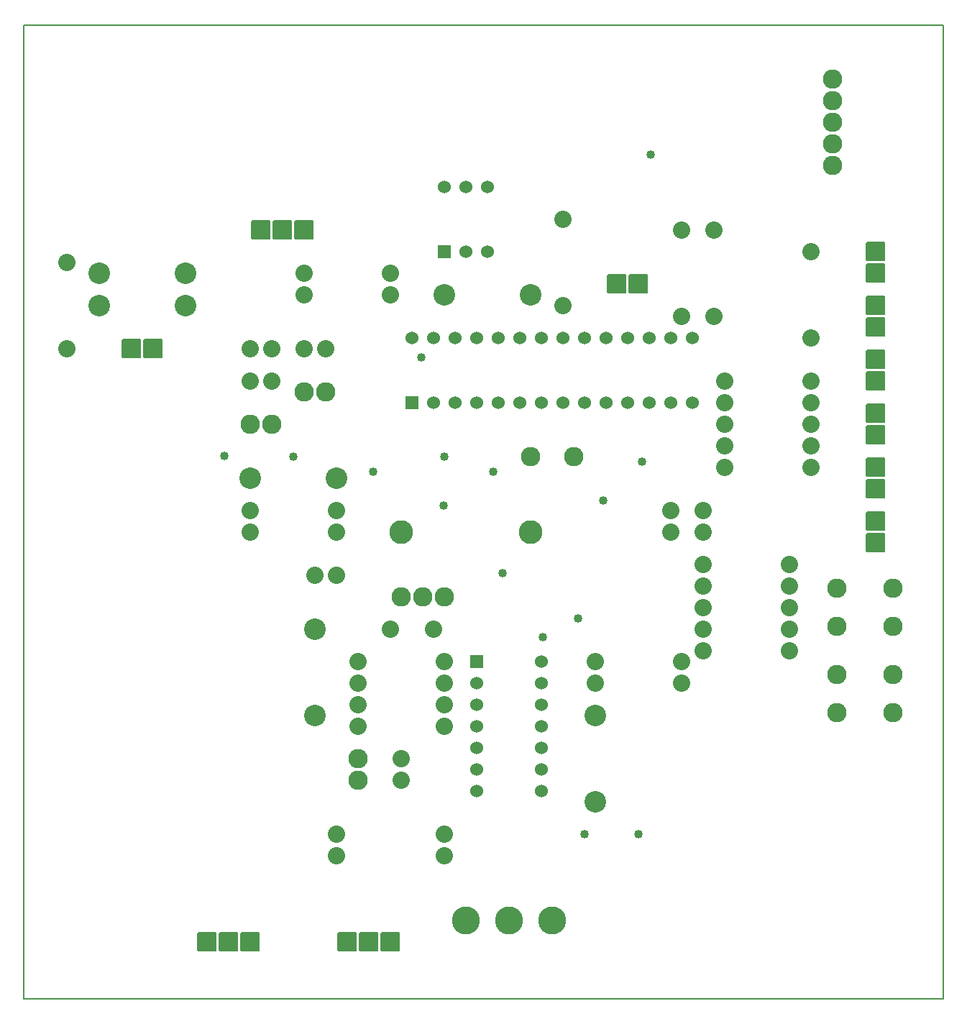
<source format=gbr>
G04 PROTEUS GERBER X2 FILE*
%TF.GenerationSoftware,Labcenter,Proteus,8.15-SP1-Build34318*%
%TF.CreationDate,2023-09-22T11:03:57+00:00*%
%TF.FileFunction,Soldermask,Top*%
%TF.FilePolarity,Negative*%
%TF.Part,Single*%
%TF.SameCoordinates,{3b519ea3-0d73-4d6d-96f8-eb606e8d3f04}*%
%FSLAX45Y45*%
%MOMM*%
G01*
%TA.AperFunction,Material*%
%ADD25C,1.016000*%
%AMPPAD018*
4,1,36,
0.762000,0.635000,
0.762000,-0.635000,
0.759470,-0.660970,
0.752200,-0.684980,
0.740650,-0.706580,
0.725290,-0.725290,
0.706570,-0.740650,
0.684980,-0.752200,
0.660970,-0.759470,
0.635000,-0.762000,
-0.635000,-0.762000,
-0.660970,-0.759470,
-0.684980,-0.752200,
-0.706570,-0.740650,
-0.725290,-0.725290,
-0.740650,-0.706580,
-0.752200,-0.684980,
-0.759470,-0.660970,
-0.762000,-0.635000,
-0.762000,0.635000,
-0.759470,0.660970,
-0.752200,0.684980,
-0.740650,0.706580,
-0.725290,0.725290,
-0.706570,0.740650,
-0.684980,0.752200,
-0.660970,0.759470,
-0.635000,0.762000,
0.635000,0.762000,
0.660970,0.759470,
0.684980,0.752200,
0.706570,0.740650,
0.725290,0.725290,
0.740650,0.706580,
0.752200,0.684980,
0.759470,0.660970,
0.762000,0.635000,
0*%
%TA.AperFunction,Material*%
%ADD26PPAD018*%
%ADD27C,1.524000*%
%TA.AperFunction,Material*%
%ADD28C,2.794000*%
%ADD29C,2.032000*%
%ADD72C,2.540000*%
%ADD73C,2.286000*%
%AMPPAD024*
4,1,36,
1.016000,-1.143000,
-1.016000,-1.143000,
-1.041970,-1.140470,
-1.065980,-1.133200,
-1.087580,-1.121650,
-1.106290,-1.106290,
-1.121650,-1.087570,
-1.133200,-1.065980,
-1.140470,-1.041970,
-1.143000,-1.016000,
-1.143000,1.016000,
-1.140470,1.041970,
-1.133200,1.065980,
-1.121650,1.087570,
-1.106290,1.106290,
-1.087580,1.121650,
-1.065980,1.133200,
-1.041970,1.140470,
-1.016000,1.143000,
1.016000,1.143000,
1.041970,1.140470,
1.065980,1.133200,
1.087580,1.121650,
1.106290,1.106290,
1.121650,1.087570,
1.133200,1.065980,
1.140470,1.041970,
1.143000,1.016000,
1.143000,-1.016000,
1.140470,-1.041970,
1.133200,-1.065980,
1.121650,-1.087570,
1.106290,-1.106290,
1.087580,-1.121650,
1.065980,-1.133200,
1.041970,-1.140470,
1.016000,-1.143000,
0*%
%TA.AperFunction,Material*%
%ADD30PPAD024*%
%ADD31C,3.302000*%
%AMPPAD026*
4,1,36,
-0.635000,0.762000,
0.635000,0.762000,
0.660970,0.759470,
0.684980,0.752200,
0.706580,0.740650,
0.725290,0.725290,
0.740650,0.706570,
0.752200,0.684980,
0.759470,0.660970,
0.762000,0.635000,
0.762000,-0.635000,
0.759470,-0.660970,
0.752200,-0.684980,
0.740650,-0.706570,
0.725290,-0.725290,
0.706580,-0.740650,
0.684980,-0.752200,
0.660970,-0.759470,
0.635000,-0.762000,
-0.635000,-0.762000,
-0.660970,-0.759470,
-0.684980,-0.752200,
-0.706580,-0.740650,
-0.725290,-0.725290,
-0.740650,-0.706570,
-0.752200,-0.684980,
-0.759470,-0.660970,
-0.762000,-0.635000,
-0.762000,0.635000,
-0.759470,0.660970,
-0.752200,0.684980,
-0.740650,0.706570,
-0.725290,0.725290,
-0.706580,0.740650,
-0.684980,0.752200,
-0.660970,0.759470,
-0.635000,0.762000,
0*%
%TA.AperFunction,Material*%
%ADD32PPAD026*%
%AMPPAD027*
4,1,36,
-1.143000,-1.016000,
-1.143000,1.016000,
-1.140470,1.041970,
-1.133200,1.065980,
-1.121650,1.087580,
-1.106290,1.106290,
-1.087570,1.121650,
-1.065980,1.133200,
-1.041970,1.140470,
-1.016000,1.143000,
1.016000,1.143000,
1.041970,1.140470,
1.065980,1.133200,
1.087570,1.121650,
1.106290,1.106290,
1.121650,1.087580,
1.133200,1.065980,
1.140470,1.041970,
1.143000,1.016000,
1.143000,-1.016000,
1.140470,-1.041970,
1.133200,-1.065980,
1.121650,-1.087580,
1.106290,-1.106290,
1.087570,-1.121650,
1.065980,-1.133200,
1.041970,-1.140470,
1.016000,-1.143000,
-1.016000,-1.143000,
-1.041970,-1.140470,
-1.065980,-1.133200,
-1.087570,-1.121650,
-1.106290,-1.106290,
-1.121650,-1.087580,
-1.133200,-1.065980,
-1.140470,-1.041970,
-1.143000,-1.016000,
0*%
%TA.AperFunction,Material*%
%ADD33PPAD027*%
%TA.AperFunction,Profile*%
%ADD20C,0.203200*%
%TD.AperFunction*%
D25*
X+2032000Y+889000D03*
X+1215012Y+894935D03*
X+5675690Y+370808D03*
X+6139341Y+824379D03*
X+4383357Y+706299D03*
X+2972246Y+706299D03*
X+5382228Y-1022430D03*
X+4490013Y-483886D03*
X+3810000Y+889000D03*
X+3798747Y+311874D03*
X+4964254Y-1239455D03*
X+5461000Y-3556000D03*
X+6096000Y-3556000D03*
X+3534128Y+2051467D03*
X+6237955Y+4441493D03*
D26*
X+4191000Y-1524000D03*
D27*
X+4191000Y-1778000D03*
X+4191000Y-2032000D03*
X+4191000Y-2286000D03*
X+4191000Y-2540000D03*
X+4191000Y-2794000D03*
X+4191000Y-3048000D03*
X+4953000Y-3048000D03*
X+4953000Y-2794000D03*
X+4953000Y-2540000D03*
X+4953000Y-2286000D03*
X+4953000Y-2032000D03*
X+4953000Y-1778000D03*
X+4953000Y-1524000D03*
D28*
X+3302000Y+0D03*
X+4826000Y+0D03*
D29*
X+6604000Y-1778000D03*
X+5588000Y-1778000D03*
X+5588000Y-1524000D03*
X+6604000Y-1524000D03*
X+1524000Y+0D03*
X+2540000Y+0D03*
X+2540000Y+254000D03*
X+1524000Y+254000D03*
D72*
X+1524000Y+635000D03*
X+2540000Y+635000D03*
D29*
X+2540000Y-508000D03*
X+2286000Y-508000D03*
D73*
X+1778000Y+1270000D03*
X+1524000Y+1270000D03*
D29*
X+1778000Y+1778000D03*
X+1524000Y+1778000D03*
X+1524000Y+2159000D03*
X+1778000Y+2159000D03*
X+2794000Y-2286000D03*
X+3810000Y-2286000D03*
X+3302000Y-2921000D03*
X+3302000Y-2667000D03*
D73*
X+2794000Y-2667000D03*
X+2794000Y-2921000D03*
D29*
X+3810000Y-1778000D03*
X+2794000Y-1778000D03*
X+2794000Y-2032000D03*
X+3810000Y-2032000D03*
X+3683000Y-1143000D03*
X+3175000Y-1143000D03*
X+2794000Y-1524000D03*
X+3810000Y-1524000D03*
D73*
X+3302000Y-762000D03*
X+3556000Y-762000D03*
X+3810000Y-762000D03*
D30*
X+1524000Y-4826000D03*
X+1270000Y-4826000D03*
X+1016000Y-4826000D03*
X+3175000Y-4826000D03*
X+2921000Y-4826000D03*
X+2667000Y-4826000D03*
D31*
X+5080000Y-4572000D03*
X+4572000Y-4572000D03*
X+4064000Y-4572000D03*
D29*
X+3810000Y-3556000D03*
X+2540000Y-3556000D03*
X+3810000Y-3810000D03*
X+2540000Y-3810000D03*
D26*
X+3429000Y+1524000D03*
D27*
X+3683000Y+1524000D03*
X+3937000Y+1524000D03*
X+4191000Y+1524000D03*
X+4445000Y+1524000D03*
X+4699000Y+1524000D03*
X+4953000Y+1524000D03*
X+5207000Y+1524000D03*
X+5461000Y+1524000D03*
X+5715000Y+1524000D03*
X+5969000Y+1524000D03*
X+6223000Y+1524000D03*
X+6477000Y+1524000D03*
X+6731000Y+1524000D03*
X+6731000Y+2286000D03*
X+6477000Y+2286000D03*
X+6223000Y+2286000D03*
X+5969000Y+2286000D03*
X+5715000Y+2286000D03*
X+5461000Y+2286000D03*
X+5207000Y+2286000D03*
X+4953000Y+2286000D03*
X+4699000Y+2286000D03*
X+4445000Y+2286000D03*
X+4191000Y+2286000D03*
X+3937000Y+2286000D03*
X+3683000Y+2286000D03*
X+3431000Y+2286000D03*
D30*
X+1651000Y+3556000D03*
X+1905000Y+3556000D03*
X+2159000Y+3556000D03*
D72*
X-254000Y+2667000D03*
X+762000Y+2667000D03*
D30*
X+127000Y+2159000D03*
X+381000Y+2159000D03*
D72*
X+762000Y+3048000D03*
X-254000Y+3048000D03*
D29*
X-635000Y+2159000D03*
X-635000Y+3175000D03*
X+2159000Y+2159000D03*
X+2413000Y+2159000D03*
D73*
X+2413000Y+1651000D03*
X+2159000Y+1651000D03*
D32*
X+3810000Y+3302000D03*
D27*
X+4064000Y+3302000D03*
X+4318000Y+3302000D03*
X+4318000Y+4064000D03*
X+4064000Y+4064000D03*
X+3810000Y+4064000D03*
D29*
X+3175000Y+2794000D03*
X+2159000Y+2794000D03*
X+2159000Y+3048000D03*
X+3175000Y+3048000D03*
D72*
X+4826000Y+2794000D03*
X+3810000Y+2794000D03*
D33*
X+8890000Y+3048000D03*
X+8890000Y+3302000D03*
X+8890000Y+2413000D03*
X+8890000Y+2667000D03*
X+8890000Y+1778000D03*
X+8890000Y+2032000D03*
X+8890000Y+1143000D03*
X+8890000Y+1397000D03*
X+8890000Y+508000D03*
X+8890000Y+762000D03*
X+8890000Y-127000D03*
X+8890000Y+127000D03*
D73*
X+8382000Y+5334000D03*
X+8382000Y+5080000D03*
X+8382000Y+4826000D03*
X+8382000Y+4572000D03*
X+8382000Y+4318000D03*
D29*
X+7112000Y+1778000D03*
X+8128000Y+1778000D03*
X+7112000Y+1524000D03*
X+8128000Y+1524000D03*
X+7112000Y+1270000D03*
X+8128000Y+1270000D03*
X+7112000Y+762000D03*
X+8128000Y+762000D03*
X+7112000Y+1016000D03*
X+8128000Y+1016000D03*
D73*
X+9093000Y-664000D03*
X+8433000Y-664000D03*
X+9093000Y-1114000D03*
X+8433000Y-1114000D03*
D29*
X+7874000Y-635000D03*
X+6858000Y-635000D03*
X+6858000Y-889000D03*
X+7874000Y-889000D03*
D73*
X+4826000Y+889000D03*
X+5334000Y+889000D03*
D29*
X+6477000Y+0D03*
X+6477000Y+254000D03*
X+6858000Y+254000D03*
X+6858000Y+0D03*
D30*
X+6096000Y+2921000D03*
X+5842000Y+2921000D03*
D72*
X+5588000Y-2159000D03*
X+5588000Y-3175000D03*
X+2286000Y-1143000D03*
X+2286000Y-2159000D03*
D73*
X+9093000Y-1680000D03*
X+8433000Y-1680000D03*
X+9093000Y-2130000D03*
X+8433000Y-2130000D03*
D29*
X+6858000Y-1143000D03*
X+7874000Y-1143000D03*
X+6858000Y-381000D03*
X+7874000Y-381000D03*
X+7874000Y-1397000D03*
X+6858000Y-1397000D03*
X+5207000Y+2667000D03*
X+5207000Y+3683000D03*
X+6985000Y+2540000D03*
X+6985000Y+3556000D03*
X+6604000Y+2540000D03*
X+6604000Y+3556000D03*
X+8128000Y+2286000D03*
X+8128000Y+3302000D03*
D20*
X-1143000Y-5496560D02*
X+9687560Y-5496560D01*
X+9687560Y+5969000D01*
X-1143000Y+5969000D01*
X-1143000Y-5496560D01*
M02*

</source>
